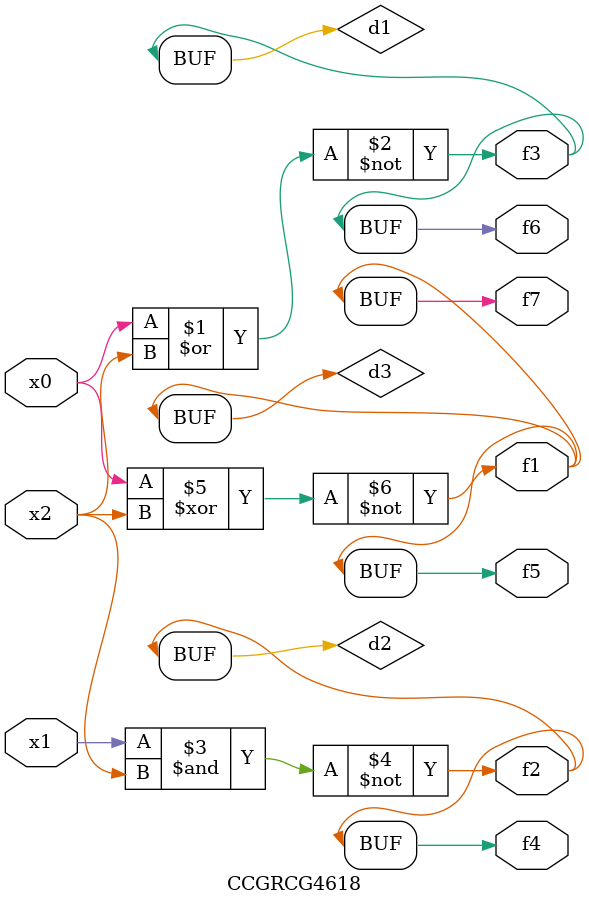
<source format=v>
module CCGRCG4618(
	input x0, x1, x2,
	output f1, f2, f3, f4, f5, f6, f7
);

	wire d1, d2, d3;

	nor (d1, x0, x2);
	nand (d2, x1, x2);
	xnor (d3, x0, x2);
	assign f1 = d3;
	assign f2 = d2;
	assign f3 = d1;
	assign f4 = d2;
	assign f5 = d3;
	assign f6 = d1;
	assign f7 = d3;
endmodule

</source>
